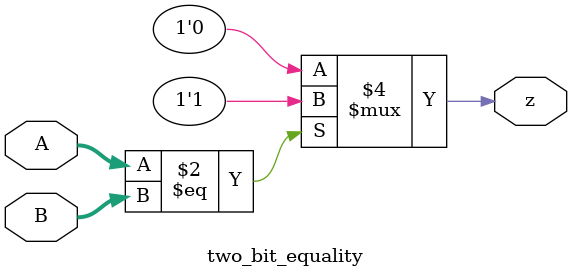
<source format=v>
module two_bit_equality ( input [1:0] A, input [1:0] B, output reg z ); 
    always @(*)
        if ( A==B)
            z=1;
    else z=0;
endmodule
</source>
